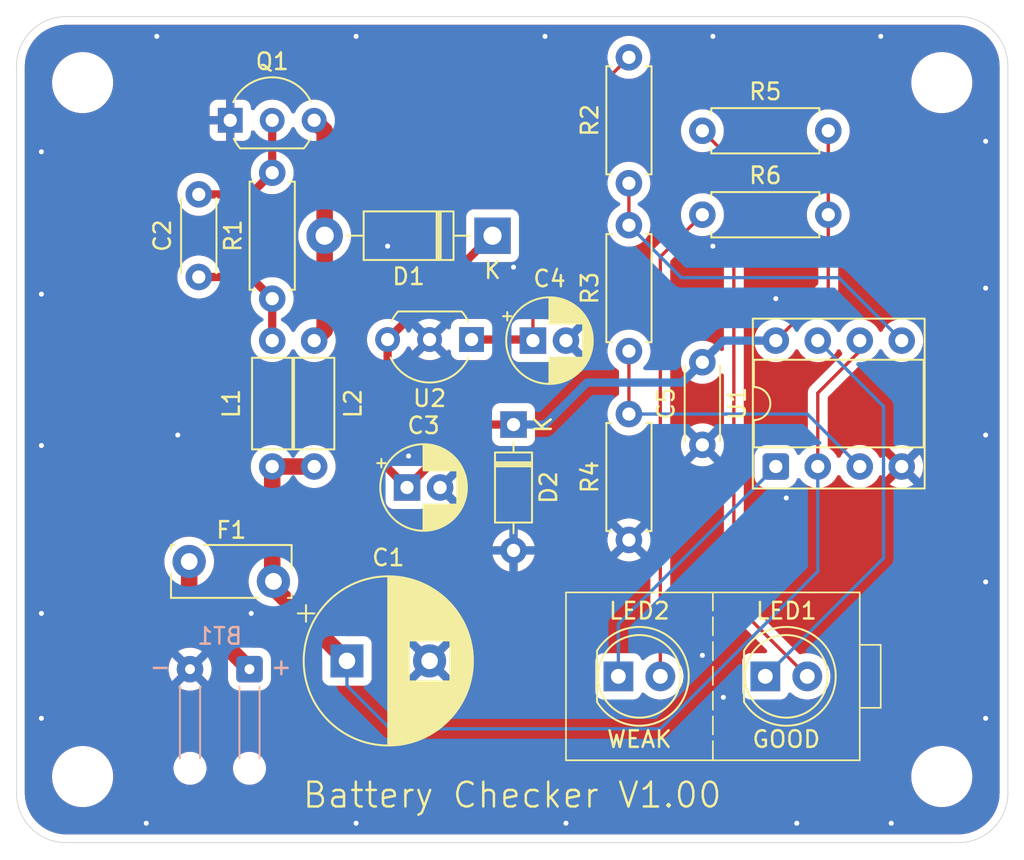
<source format=kicad_pcb>
(kicad_pcb (version 20241229) (generator "pcbnew") (generator_version "9.0")
  (layers (0 "F.Cu" signal) (2 "B.Cu" signal) (13 "F.Paste" user) (15 "B.Paste" user) (5 "F.SilkS" user "F.Silkscreen") (7 "B.SilkS" user "B.Silkscreen") (1 "F.Mask" user) (3 "B.Mask" user) (25 "Edge.Cuts" user))
  (net 0 "")
  (net 1 "Net-(BT1-+)")
  (net 2 "GND")
  (net 3 "Net-(Q1-B)")
  (net 4 "VDC")
  (net 5 "+2V5")
  (net 6 "Net-(D1-A)")
  (net 7 "+BATT")
  (net 8 "Net-(LED1-K)")
  (net 9 "Net-(LED1-A)")
  (net 10 "Net-(LED2-K)")
  (net 11 "Net-(LED2-A)")
  (net 12 "Net-(U1A-+)")
  (net 13 "Net-(U1B-+)")
  (net 14 "Net-(C2-Pad1)")
  (footprint "Diode_THT:D_DO-35_SOD27_P7.62mm_Horizontal" (layer "F.Cu") (at 132.08 99.695 -90)
    (property "Reference" "D2" (at 3.81 -2.12 90) (layer "F.SilkS"))
    (property "Value" "BZX55C12V")
    (fp_text user "K" (at 0 -1.8 90) (layer "F.SilkS"))
    (pad "1" thru_hole rect (at 0 0 270) (size 1.6 1.6) (drill 0.8) (layers "*.Cu" "*.Mask") (net 4 "VDC"))
    (pad "2" thru_hole oval (at 7.62 0 270) (size 1.6 1.6) (drill 0.8) (layers "*.Cu" "*.Mask") (net 2 "GND"))
  )
  (footprint "Capacitor_THT:C_Disc_D4.3mm_W1.9mm_P5.00mm" (layer "F.Cu") (at 143.51 100.925 90)
    (property "Reference" "C5" (at 2.5 -2.2 90) (layer "F.SilkS"))
    (property "Value" "0.1u")
    (pad "1" thru_hole circle (at 0 0 90) (size 1.6 1.6) (drill 0.8) (layers "*.Cu" "*.Mask") (net 2 "GND"))
    (pad "2" thru_hole circle (at 5 0 90) (size 1.6 1.6) (drill 0.8) (layers "*.Cu" "*.Mask") (net 4 "VDC"))
  )
  (footprint "Resistor_THT:R_Axial_DIN0207_L6.3mm_D2.5mm_P7.62mm_Horizontal" (layer "F.Cu") (at 117.475 92.075 90)
    (property "Reference" "R1" (at 3.81 -2.37 90) (layer "F.SilkS"))
    (property "Value" "220")
    (pad "1" thru_hole circle (at 0 0 90) (size 1.6 1.6) (drill 0.8) (layers "*.Cu" "*.Mask") (net 14 "Net-(C2-Pad1)"))
    (pad "2" thru_hole oval (at 7.62 0 90) (size 1.6 1.6) (drill 0.8) (layers "*.Cu" "*.Mask") (net 3 "Net-(Q1-B)"))
  )
  (footprint "Resistor_THT:R_Axial_DIN0207_L6.3mm_D2.5mm_P7.62mm_Horizontal" (layer "F.Cu") (at 139.065 106.68 90)
    (property "Reference" "R4" (at 3.81 -2.37 90) (layer "F.SilkS"))
    (property "Value" "12k")
    (pad "1" thru_hole circle (at 0 0 90) (size 1.6 1.6) (drill 0.8) (layers "*.Cu" "*.Mask") (net 2 "GND"))
    (pad "2" thru_hole oval (at 7.62 0 90) (size 1.6 1.6) (drill 0.8) (layers "*.Cu" "*.Mask") (net 12 "Net-(U1A-+)"))
  )
  (footprint "LED_THT:LED_D5.0mm" (layer "F.Cu") (at 147.32 114.935)
    (property "Reference" "LED1" (at 1.27 -3.96 0) (layer "F.SilkS"))
    (property "Value" "Green")
    (pad "1" thru_hole rect (at 0 0) (size 1.8 1.8) (drill 0.9) (layers "*.Cu" "*.Mask") (net 8 "Net-(LED1-K)"))
    (pad "2" thru_hole circle (at 2.54 0) (size 1.8 1.8) (drill 0.9) (layers "*.Cu" "*.Mask") (net 9 "Net-(LED1-A)"))
  )
  (footprint "Fuse:Fuse_Bourns_MF-RG300" (layer "F.Cu") (at 112.45 107.985)
    (property "Reference" "F1" (at 2.55 -1.9 0) (layer "F.SilkS"))
    (property "Value" "100mA")
    (pad "1" thru_hole circle (at 0 0) (size 2.01 2.01) (drill 1.01) (layers "*.Cu" "*.Mask") (net 1 "Net-(BT1-+)"))
    (pad "2" thru_hole circle (at 5.1 1.2) (size 2.01 2.01) (drill 1.01) (layers "*.Cu" "*.Mask") (net 7 "+BATT"))
  )
  (footprint "MountingHole:MountingHole_3.2mm_M3" (layer "F.Cu") (at 158 121)
    (property "Reference" "H3" (hide yes))
    (property "Value" "M3")
    (pad "" np_thru_hole circle (at 0 0) (size 3.2 3.2) (drill 3.2) (layers "*.Cu" "*.Mask"))
  )
  (footprint "MountingHole:MountingHole_3.2mm_M3" (layer "F.Cu") (at 106 79)
    (property "Reference" "H1" (hide yes))
    (property "Value" "M3")
    (pad "" np_thru_hole circle (at 0 0) (size 3.2 3.2) (drill 3.2) (layers "*.Cu" "*.Mask"))
  )
  (footprint "Resistor_THT:R_Axial_DIN0207_L6.3mm_D2.5mm_P7.62mm_Horizontal" (layer "F.Cu") (at 143.51 86.995)
    (property "Reference" "R6" (at 3.81 -2.37 0) (layer "F.SilkS"))
    (property "Value" "4.7k")
    (pad "1" thru_hole circle (at 0 0) (size 1.6 1.6) (drill 0.8) (layers "*.Cu" "*.Mask") (net 11 "Net-(LED2-A)"))
    (pad "2" thru_hole oval (at 7.62 0) (size 1.6 1.6) (drill 0.8) (layers "*.Cu" "*.Mask") (net 4 "VDC"))
  )
  (footprint "MountingHole:MountingHole_3.2mm_M3" (layer "F.Cu") (at 158 79)
    (property "Reference" "H2" (hide yes))
    (property "Value" "M3")
    (pad "" np_thru_hole circle (at 0 0) (size 3.2 3.2) (drill 3.2) (layers "*.Cu" "*.Mask"))
  )
  (footprint "Diode_THT:D_DO-41_SOD81_P10.16mm_Horizontal" (layer "F.Cu") (at 130.81 88.265 180)
    (property "Reference" "D1" (at 5.08 -2.47 0) (layer "F.SilkS"))
    (property "Value" "1N5819")
    (fp_text user "K" (at 0 -2.1 0) (layer "F.SilkS"))
    (pad "1" thru_hole rect (at 0 0 180) (size 2.2 2.2) (drill 1.1) (layers "*.Cu" "*.Mask") (net 4 "VDC"))
    (pad "2" thru_hole oval (at 10.16 0 180) (size 2.2 2.2) (drill 1.1) (layers "*.Cu" "*.Mask") (net 6 "Net-(D1-A)"))
  )
  (footprint "Capacitor_THT:C_Disc_D4.3mm_W1.9mm_P5.00mm" (layer "F.Cu") (at 113.03 90.765 90)
    (property "Reference" "C2" (at 2.5 -2.2 90) (layer "F.SilkS"))
    (property "Value" "0.01u")
    (pad "1" thru_hole circle (at 0 0 90) (size 1.6 1.6) (drill 0.8) (layers "*.Cu" "*.Mask") (net 14 "Net-(C2-Pad1)"))
    (pad "2" thru_hole circle (at 5 0 90) (size 1.6 1.6) (drill 0.8) (layers "*.Cu" "*.Mask") (net 3 "Net-(Q1-B)"))
  )
  (footprint "Package_DIP:DIP-8_W7.62mm_Socket" (layer "F.Cu") (at 147.955 102.235 90)
    (property "Reference" "U1" (at 3.81 -2.33 90) (layer "F.SilkS"))
    (property "Value" "LM393")
    (pad "1" thru_hole roundrect (at 0 0 90) (size 1.6 1.6) (drill 0.8) (layers "*.Cu" "*.Mask") (roundrect_rratio 0.15625) (net 10 "Net-(LED2-K)"))
    (pad "2" thru_hole circle (at 0 2.54 90) (size 1.6 1.6) (drill 0.8) (layers "*.Cu" "*.Mask") (net 7 "+BATT"))
    (pad "3" thru_hole circle (at 0 5.08 90) (size 1.6 1.6) (drill 0.8) (layers "*.Cu" "*.Mask") (net 12 "Net-(U1A-+)"))
    (pad "4" thru_hole circle (at 0 7.62 90) (size 1.6 1.6) (drill 0.8) (layers "*.Cu" "*.Mask") (net 2 "GND"))
    (pad "5" thru_hole circle (at 7.62 7.62 90) (size 1.6 1.6) (drill 0.8) (layers "*.Cu" "*.Mask") (net 13 "Net-(U1B-+)"))
    (pad "6" thru_hole circle (at 7.62 5.08 90) (size 1.6 1.6) (drill 0.8) (layers "*.Cu" "*.Mask") (net 7 "+BATT"))
    (pad "7" thru_hole circle (at 7.62 2.54 90) (size 1.6 1.6) (drill 0.8) (layers "*.Cu" "*.Mask") (net 8 "Net-(LED1-K)"))
    (pad "8" thru_hole circle (at 7.62 0 90) (size 1.6 1.6) (drill 0.8) (layers "*.Cu" "*.Mask") (net 4 "VDC"))
  )
  (footprint "MountingHole:MountingHole_3.2mm_M3" (layer "F.Cu") (at 106 121)
    (property "Reference" "H4" (hide yes))
    (property "Value" "M3")
    (pad "" np_thru_hole circle (at 0 0) (size 3.2 3.2) (drill 3.2) (layers "*.Cu" "*.Mask"))
  )
  (footprint "LED_THT:LED_D5.0mm" (layer "F.Cu") (at 138.425 114.935)
    (property "Reference" "LED2" (at 1.27 -3.96 0) (layer "F.SilkS"))
    (property "Value" "Yellow")
    (pad "1" thru_hole rect (at 0 0) (size 1.8 1.8) (drill 0.9) (layers "*.Cu" "*.Mask") (net 10 "Net-(LED2-K)"))
    (pad "2" thru_hole circle (at 2.54 0) (size 1.8 1.8) (drill 0.9) (layers "*.Cu" "*.Mask") (net 11 "Net-(LED2-A)"))
  )
  (footprint "Inductor_THT:L_Axial_L5.3mm_D2.2mm_P7.62mm_Horizontal_Vishay_IM-1" (layer "F.Cu") (at 117.475 94.615 -90)
    (property "Reference" "L1" (at 3.81 2.475 270) (layer "F.SilkS"))
    (property "Value" "10u")
    (pad "1" thru_hole circle (at 0 0 270) (size 1.6 1.6) (drill 0.8) (layers "*.Cu" "*.Mask") (net 14 "Net-(C2-Pad1)"))
    (pad "2" thru_hole oval (at 7.62 0 270) (size 1.6 1.6) (drill 0.8) (layers "*.Cu" "*.Mask") (net 7 "+BATT"))
  )
  (footprint "Capacitor_THT:CP_Radial_D5.0mm_P2.00mm" (layer "F.Cu") (at 125.635 103.505)
    (property "Reference" "C3" (at 1 -3.75 0) (layer "F.SilkS"))
    (property "Value" "10u")
    (pad "1" thru_hole rect (at 0 0) (size 1.6 1.6) (drill 0.8) (layers "*.Cu" "*.Mask") (net 4 "VDC"))
    (pad "2" thru_hole circle (at 2 0) (size 1.6 1.6) (drill 0.8) (layers "*.Cu" "*.Mask") (net 2 "GND"))
  )
  (footprint "Capacitor_THT:CP_Radial_D10.0mm_P5.00mm" (layer "F.Cu") (at 122 114)
    (property "Reference" "C1" (at 2.5 -6.25 0) (layer "F.SilkS"))
    (property "Value" "1000u")
    (pad "1" thru_hole rect (at 0 0) (size 2 2) (drill 1) (layers "*.Cu" "*.Mask") (net 7 "+BATT"))
    (pad "2" thru_hole circle (at 5 0) (size 2 2) (drill 1) (layers "*.Cu" "*.Mask") (net 2 "GND"))
  )
  (footprint "Package_TO_SOT_THT:TO-92L_Inline_Wide" (layer "F.Cu") (at 129.54 94.55 180)
    (property "Reference" "U2" (at 2.54 -3.56 0) (layer "F.SilkS"))
    (property "Value" "UT7500L-T25-T92-B-K")
    (pad "1" thru_hole rect (at 0 0 180) (size 1.5 1.5) (drill 0.8) (layers "*.Cu" "*.Mask") (net 5 "+2V5"))
    (pad "2" thru_hole circle (at 2.54 0 180) (size 1.5 1.5) (drill 0.8) (layers "*.Cu" "*.Mask") (net 2 "GND"))
    (pad "3" thru_hole circle (at 5.08 0 180) (size 1.5 1.5) (drill 0.8) (layers "*.Cu" "*.Mask") (net 4 "VDC"))
  )
  (footprint "Package_TO_SOT_THT:TO-92L_Inline_Wide" (layer "F.Cu") (at 114.935 81.28)
    (property "Reference" "Q1" (at 2.54 -3.56 0) (layer "F.SilkS"))
    (property "Value" "PN2222A")
    (pad "1" thru_hole rect (at 0 0) (size 1.5 1.5) (drill 0.8) (layers "*.Cu" "*.Mask") (net 2 "GND"))
    (pad "2" thru_hole circle (at 2.54 0) (size 1.5 1.5) (drill 0.8) (layers "*.Cu" "*.Mask") (net 3 "Net-(Q1-B)"))
    (pad "3" thru_hole circle (at 5.08 0) (size 1.5 1.5) (drill 0.8) (layers "*.Cu" "*.Mask") (net 6 "Net-(D1-A)"))
  )
  (footprint "Resistor_THT:R_Axial_DIN0207_L6.3mm_D2.5mm_P7.62mm_Horizontal" (layer "F.Cu") (at 139.065 85.09 90)
    (property "Reference" "R2" (at 3.81 -2.37 90) (layer "F.SilkS"))
    (property "Value" "15k")
    (pad "1" thru_hole circle (at 0 0 90) (size 1.6 1.6) (drill 0.8) (layers "*.Cu" "*.Mask") (net 13 "Net-(U1B-+)"))
    (pad "2" thru_hole oval (at 7.62 0 90) (size 1.6 1.6) (drill 0.8) (layers "*.Cu" "*.Mask") (net 5 "+2V5"))
  )
  (footprint "Resistor_THT:R_Axial_DIN0207_L6.3mm_D2.5mm_P7.62mm_Horizontal" (layer "F.Cu") (at 139.065 95.25 90)
    (property "Reference" "R3" (at 3.81 -2.37 90) (layer "F.SilkS"))
    (property "Value" "3k")
    (pad "1" thru_hole circle (at 0 0 90) (size 1.6 1.6) (drill 0.8) (layers "*.Cu" "*.Mask") (net 12 "Net-(U1A-+)"))
    (pad "2" thru_hole oval (at 7.62 0 90) (size 1.6 1.6) (drill 0.8) (layers "*.Cu" "*.Mask") (net 13 "Net-(U1B-+)"))
  )
  (footprint "Capacitor_THT:CP_Radial_D5.0mm_P2.00mm" (layer "F.Cu") (at 133.255 94.615)
    (property "Reference" "C4" (at 1 -3.75 0) (layer "F.SilkS"))
    (property "Value" "10u")
    (pad "1" thru_hole rect (at 0 0) (size 1.6 1.6) (drill 0.8) (layers "*.Cu" "*.Mask") (net 5 "+2V5"))
    (pad "2" thru_hole circle (at 2 0) (size 1.6 1.6) (drill 0.8) (layers "*.Cu" "*.Mask") (net 2 "GND"))
  )
  (footprint "Resistor_THT:R_Axial_DIN0207_L6.3mm_D2.5mm_P7.62mm_Horizontal" (layer "F.Cu") (at 143.51 81.915)
    (property "Reference" "R5" (at 3.81 -2.37 0) (layer "F.SilkS"))
    (property "Value" "4.7k")
    (pad "1" thru_hole circle (at 0 0) (size 1.6 1.6) (drill 0.8) (layers "*.Cu" "*.Mask") (net 9 "Net-(LED1-A)"))
    (pad "2" thru_hole oval (at 7.62 0) (size 1.6 1.6) (drill 0.8) (layers "*.Cu" "*.Mask") (net 4 "VDC"))
  )
  (footprint "Inductor_THT:L_Axial_L5.3mm_D2.2mm_P7.62mm_Horizontal_Vishay_IM-1" (layer "F.Cu") (at 120.015 102.235 90)
    (property "Reference" "L2" (at 3.81 2.35 90) (layer "F.SilkS"))
    (property "Value" "10u")
    (pad "1" thru_hole circle (at 0 0 90) (size 1.6 1.6) (drill 0.8) (layers "*.Cu" "*.Mask") (net 7 "+BATT"))
    (pad "2" thru_hole oval (at 7.62 0 90) (size 1.6 1.6) (drill 0.8) (layers "*.Cu" "*.Mask") (net 6 "Net-(D1-A)"))
  )
  (footprint "Connector_Wire:SolderWire-0.1sqmm_1x02_P3.6mm_D0.4mm_OD1mm_Relief" (layer "B.Cu") (at 116.1 114.5 180)
    (property "Reference" "BT1" (at 1.8 2 0) (layer "B.SilkS") (effects (justify mirror)))
    (property "Value" "Battery_Cell")
    (pad "" np_thru_hole circle (at 0 -6 180) (size 1.5 1.5) (drill 1.5) (layers "*.Cu" "*.Mask"))
    (pad "" np_thru_hole circle (at 3.6 -6 180) (size 1.5 1.5) (drill 1.5) (layers "*.Cu" "*.Mask"))
    (pad "1" thru_hole roundrect (at 0 0 180) (size 1.6 1.6) (drill 0.6) (layers "*.Cu" "*.Mask") (roundrect_rratio 0.15625) (net 1 "Net-(BT1-+)"))
    (pad "2" thru_hole circle (at 3.6 0 180) (size 1.6 1.6) (drill 0.6) (layers "*.Cu" "*.Mask") (net 2 "GND"))
  )
  (gr_line (start 135.255 120.015) (end 135.255 109.855) (stroke (width 0.1)) (layer "F.SilkS"))
  (gr_line (start 154.305 116.84) (end 153.035 116.84) (stroke (width 0.1)) (layer "F.SilkS"))
  (gr_line (start 153.035 109.855) (end 153.035 120.015) (stroke (width 0.1)) (layer "F.SilkS"))
  (gr_line (start 154.305 113.03) (end 154.305 116.84) (stroke (width 0.1)) (layer "F.SilkS"))
  (gr_line (start 144.145 109.855) (end 144.145 120.015) (stroke (width 0.1) (type dash)) (layer "F.SilkS"))
  (gr_line (start 153.035 120.015) (end 135.255 120.015) (stroke (width 0.1)) (layer "F.SilkS"))
  (gr_line (start 135.255 109.855) (end 153.035 109.855) (stroke (width 0.1)) (layer "F.SilkS"))
  (gr_line (start 153.035 113.03) (end 154.305 113.03) (stroke (width 0.1)) (layer "F.SilkS"))
  (gr_arc (start 159 75) (mid 161.12132 75.87868) (end 162 78) (stroke (width 0.05)) (layer "Edge.Cuts"))
  (gr_arc (start 105 125) (mid 102.87868 124.12132) (end 102 122) (stroke (width 0.05)) (layer "Edge.Cuts"))
  (gr_arc (start 162 122) (mid 161.12132 124.12132) (end 159 125) (stroke (width 0.05)) (layer "Edge.Cuts"))
  (gr_line (start 159 125) (end 105 125) (stroke (width 0.05)) (layer "Edge.Cuts"))
  (gr_line (start 162 78) (end 162 122) (stroke (width 0.05)) (layer "Edge.Cuts"))
  (gr_line (start 105 75) (end 159 75) (stroke (width 0.05)) (layer "Edge.Cuts"))
  (gr_arc (start 102 78) (mid 102.87868 75.87868) (end 105 75) (stroke (width 0.05)) (layer "Edge.Cuts"))
  (gr_line (start 102 122) (end 102 78) (stroke (width 0.05)) (layer "Edge.Cuts"))
  (gr_text "WEAK" (at 139.7 118.745 0) (layer "F.SilkS") (effects (font (size 1 1))))
  (gr_text "GOOD" (at 148.59 118.745 0) (layer "F.SilkS") (effects (font (size 1 1))))
  (gr_text "Battery Checker V1.00" (at 132 123 0) (layer "F.SilkS") (effects (font (size 1.5 1.5)) (justify bottom)))
  (gr_text "+        -" (at 118.745 114.935 0) (layer "B.SilkS") (effects (font (size 1 1)) (justify left bottom mirror)))
  (segment (start 112.45 107.985) (end 112.45 110.85) (width 1) (layer "F.Cu") (net 1))
  (segment (start 112.45 110.85) (end 116.1 114.5) (width 1) (layer "F.Cu") (net 1))
  (via (at 144.145 76.2) (size 0.6) (drill 0.3) (layers "F.Cu" "B.Cu") (net 2))
  (via (at 125.73 101.6) (size 0.6) (drill 0.3) (layers "F.Cu" "B.Cu") (net 2))
  (via (at 148.59 104.14) (size 0.6) (drill 0.3) (layers "F.Cu" "B.Cu") (net 2))
  (via (at 154.94 123.825) (size 0.6) (drill 0.3) (layers "F.Cu" "B.Cu") (net 2))
  (via (at 111.76 100.33) (size 0.6) (drill 0.3) (layers "F.Cu" "B.Cu") (net 2))
  (via (at 124.46 88.9) (size 0.6) (drill 0.3) (layers "F.Cu" "B.Cu") (net 2))
  (via (at 144.145 88.9) (size 0.6) (drill 0.3) (layers "F.Cu" "B.Cu") (net 2))
  (via (at 103.505 83.185) (size 0.6) (drill 0.3) (layers "F.Cu" "B.Cu") (net 2))
  (via (at 110.49 76.2) (size 0.6) (drill 0.3) (layers "F.Cu" "B.Cu") (net 2))
  (via (at 147.955 92.075) (size 0.6) (drill 0.3) (layers "F.Cu" "B.Cu") (net 2))
  (via (at 149.225 123.825) (size 0.6) (drill 0.3) (layers "F.Cu" "B.Cu") (net 2))
  (via (at 160.655 109.22) (size 0.6) (drill 0.3) (layers "F.Cu" "B.Cu") (net 2))
  (via (at 103.505 91.80329) (size 0.6) (drill 0.3) (layers "F.Cu" "B.Cu") (net 2))
  (via (at 103.505 100.965) (size 0.6) (drill 0.3) (layers "F.Cu" "B.Cu") (net 2))
  (via (at 160.655 91.44) (size 0.6) (drill 0.3) (layers "F.Cu" "B.Cu") (net 2))
  (via (at 109.855 123.825) (size 0.6) (drill 0.3) (layers "F.Cu" "B.Cu") (net 2))
  (via (at 122.555 123.825) (size 0.6) (drill 0.3) (layers "F.Cu" "B.Cu") (net 2))
  (via (at 144.78 116.205) (size 0.6) (drill 0.3) (layers "F.Cu" "B.Cu") (net 2))
  (via (at 143.51 113.665) (size 0.6) (drill 0.3) (layers "F.Cu" "B.Cu") (net 2))
  (via (at 133.985 76.2) (size 0.6) (drill 0.3) (layers "F.Cu" "B.Cu") (net 2))
  (via (at 116.205 111.125) (size 0.6) (drill 0.3) (layers "F.Cu" "B.Cu") (net 2))
  (via (at 122.555 76.2) (size 0.6) (drill 0.3) (layers "F.Cu" "B.Cu") (net 2))
  (via (at 160.655 100.33) (size 0.6) (drill 0.3) (layers "F.Cu" "B.Cu") (net 2))
  (via (at 103.505 111.125) (size 0.6) (drill 0.3) (layers "F.Cu" "B.Cu") (net 2))
  (via (at 135.255 123.825) (size 0.6) (drill 0.3) (layers "F.Cu" "B.Cu") (net 2))
  (via (at 154.305 76.2) (size 0.6) (drill 0.3) (layers "F.Cu" "B.Cu") (net 2))
  (via (at 160.655 117.475) (size 0.6) (drill 0.3) (layers "F.Cu" "B.Cu") (net 2))
  (via (at 160.655 82.55) (size 0.6) (drill 0.3) (layers "F.Cu" "B.Cu") (net 2))
  (via (at 132.08 90.17) (size 0.6) (drill 0.3) (layers "F.Cu" "B.Cu") (net 2))
  (via (at 103.505 117.475) (size 0.6) (drill 0.3) (layers "F.Cu" "B.Cu") (net 2))
  (segment (start 116.165 85.765) (end 117.475 84.455) (width 0.5) (layer "F.Cu") (net 3))
  (segment (start 113.03 85.765) (end 116.165 85.765) (width 0.5) (layer "F.Cu") (net 3))
  (segment (start 117.475 84.455) (end 117.475 81.28) (width 0.5) (layer "F.Cu") (net 3))
  (segment (start 124.46 94.55) (end 124.46 102.33) (width 0.5) (layer "F.Cu") (net 4))
  (segment (start 129.445 99.695) (end 125.635 103.505) (width 0.5) (layer "F.Cu") (net 4))
  (segment (start 124.46 102.33) (end 125.635 103.505) (width 0.5) (layer "F.Cu") (net 4))
  (segment (start 132.08 99.695) (end 129.445 99.695) (width 0.5) (layer "F.Cu") (net 4))
  (segment (start 151.13 81.915) (end 151.13 91.44) (width 0.2) (layer "F.Cu") (net 4))
  (segment (start 130.745 88.265) (end 124.46 94.55) (width 0.5) (layer "F.Cu") (net 4))
  (segment (start 151.13 91.44) (end 147.955 94.615) (width 0.2) (layer "F.Cu") (net 4))
  (segment (start 130.81 88.265) (end 130.745 88.265) (width 0.5) (layer "F.Cu") (net 4))
  (segment (start 142.28 97.155) (end 143.51 95.925) (width 0.5) (layer "B.Cu") (net 4))
  (segment (start 143.51 95.885) (end 144.78 94.615) (width 0.5) (layer "B.Cu") (net 4))
  (segment (start 143.51 95.925) (end 143.51 95.885) (width 0.5) (layer "B.Cu") (net 4))
  (segment (start 132.08 99.695) (end 133.985 99.695) (width 0.5) (layer "B.Cu") (net 4))
  (segment (start 133.985 99.695) (end 136.525 97.155) (width 0.5) (layer "B.Cu") (net 4))
  (segment (start 136.525 97.155) (end 142.28 97.155) (width 0.5) (layer "B.Cu") (net 4))
  (segment (start 144.78 94.615) (end 147.955 94.615) (width 0.5) (layer "B.Cu") (net 4))
  (segment (start 133.19 94.55) (end 133.255 94.615) (width 0.5) (layer "F.Cu") (net 5))
  (segment (start 139.065 77.47) (end 133.255 83.28) (width 0.2) (layer "F.Cu") (net 5))
  (segment (start 129.54 94.55) (end 133.19 94.55) (width 0.5) (layer "F.Cu") (net 5))
  (segment (start 133.255 83.28) (end 133.255 94.615) (width 0.2) (layer "F.Cu") (net 5))
  (segment (start 120.65 81.915) (end 120.015 81.28) (width 1) (layer "F.Cu") (net 6))
  (segment (start 120.65 88.265) (end 120.65 93.98) (width 1) (layer "F.Cu") (net 6))
  (segment (start 120.65 93.98) (end 120.015 94.615) (width 1) (layer "F.Cu") (net 6))
  (segment (start 120.65 88.265) (end 120.65 81.915) (width 1) (layer "F.Cu") (net 6))
  (segment (start 153.035 94.615) (end 153.035 95.25) (width 0.2) (layer "F.Cu") (net 7))
  (segment (start 117.475 102.235) (end 117.475 109.11) (width 1) (layer "F.Cu") (net 7))
  (segment (start 120.015 102.235) (end 117.475 102.235) (width 1) (layer "F.Cu") (net 7))
  (segment (start 117.55 109.55) (end 122 114) (width 1) (layer "F.Cu") (net 7))
  (segment (start 150.495 97.79) (end 150.495 102.235) (width 0.2) (layer "F.Cu") (net 7))
  (segment (start 117.475 109.11) (end 117.55 109.185) (width 1) (layer "F.Cu") (net 7))
  (segment (start 153.035 95.25) (end 150.495 97.79) (width 0.2) (layer "F.Cu") (net 7))
  (segment (start 117.55 109.185) (end 117.55 109.55) (width 1) (layer "F.Cu") (net 7))
  (segment (start 150.495 108.585) (end 150.495 102.235) (width 0.2) (layer "B.Cu") (net 7))
  (segment (start 122 114) (end 122 115.49) (width 0.2) (layer "B.Cu") (net 7))
  (segment (start 124.62 118.11) (end 140.97 118.11) (width 0.2) (layer "B.Cu") (net 7))
  (segment (start 122 115.49) (end 124.62 118.11) (width 0.2) (layer "B.Cu") (net 7))
  (segment (start 140.97 118.11) (end 150.495 108.585) (width 0.2) (layer "B.Cu") (net 7))
  (segment (start 147.32 114.935) (end 154.474 107.781) (width 0.2) (layer "B.Cu") (net 8))
  (segment (start 154.474 107.781) (end 154.474 98.594) (width 0.2) (layer "B.Cu") (net 8))
  (segment (start 154.474 98.594) (end 150.495 94.615) (width 0.2) (layer "B.Cu") (net 8))
  (segment (start 145.415 110.49) (end 149.86 114.935) (width 0.2) (layer "F.Cu") (net 9))
  (segment (start 143.51 81.915) (end 145.415 83.82) (width 0.2) (layer "F.Cu") (net 9))
  (segment (start 145.415 83.82) (end 145.415 110.49) (width 0.2) (layer "F.Cu") (net 9))
  (segment (start 138.425 111.765) (end 147.955 102.235) (width 0.2) (layer "B.Cu") (net 10))
  (segment (start 138.425 114.935) (end 138.425 111.765) (width 0.2) (layer "B.Cu") (net 10))
  (segment (start 143.51 86.995) (end 140.965 89.54) (width 0.2) (layer "F.Cu") (net 11))
  (segment (start 140.965 89.54) (end 140.965 114.935) (width 0.2) (layer "F.Cu") (net 11))
  (segment (start 139.065 95.25) (end 139.065 99.06) (width 0.2) (layer "F.Cu") (net 12))
  (segment (start 149.86 99.06) (end 153.035 102.235) (width 0.2) (layer "B.Cu") (net 12))
  (segment (start 139.065 99.06) (end 149.86 99.06) (width 0.2) (layer "B.Cu") (net 12))
  (segment (start 139.065 85.09) (end 139.065 87.63) (width 0.2) (layer "F.Cu") (net 13))
  (segment (start 139.065 87.63) (end 142.24 90.805) (width 0.2) (layer "B.Cu") (net 13))
  (segment (start 142.24 90.805) (end 151.765 90.805) (width 0.2) (layer "B.Cu") (net 13))
  (segment (start 151.765 90.805) (end 155.575 94.615) (width 0.2) (layer "B.Cu") (net 13))
  (segment (start 116.165 90.765) (end 117.475 92.075) (width 0.5) (layer "F.Cu") (net 14))
  (segment (start 113.03 90.765) (end 116.165 90.765) (width 0.5) (layer "F.Cu") (net 14))
  (segment (start 117.475 94.615) (end 117.475 92.075) (width 0.5) (layer "F.Cu") (net 14))
  (zone (net 2) (net_name "GND") (layer "F.Cu") (connect_pads (clearance 0.5)) (min_thickness 0.25) (fill yes (thermal_gap 0.5) (thermal_bridge_width 0.5))
    (polygon (pts (xy 101 74) (xy 101 126) (xy 163 126) (xy 163 74)))
  )
  (zone (net 2) (net_name "GND") (layer "B.Cu") (priority 1) (connect_pads (clearance 0.5)) (min_thickness 0.25) (fill yes (thermal_gap 0.5) (thermal_bridge_width 0.5))
    (polygon (pts (xy 101 74) (xy 101 125.73) (xy 163 126) (xy 163 74)))
  )
)
</source>
